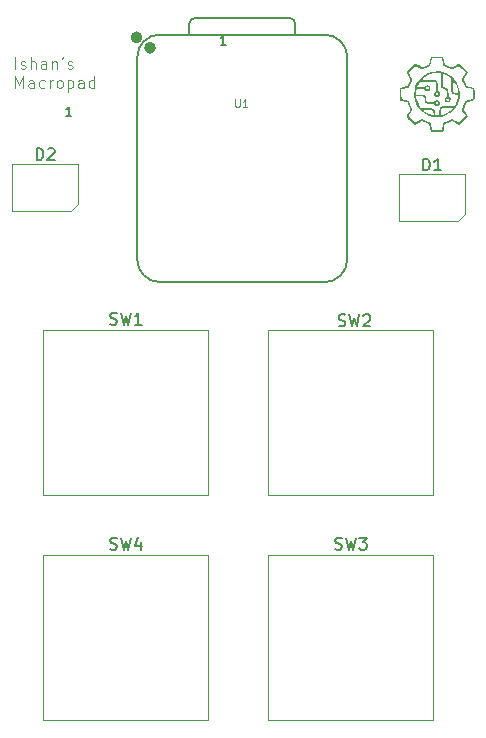
<source format=gbr>
%TF.GenerationSoftware,KiCad,Pcbnew,8.0.7*%
%TF.CreationDate,2025-05-21T00:02:28-04:00*%
%TF.ProjectId,macropad,6d616372-6f70-4616-942e-6b696361645f,rev?*%
%TF.SameCoordinates,Original*%
%TF.FileFunction,Legend,Top*%
%TF.FilePolarity,Positive*%
%FSLAX46Y46*%
G04 Gerber Fmt 4.6, Leading zero omitted, Abs format (unit mm)*
G04 Created by KiCad (PCBNEW 8.0.7) date 2025-05-21 00:02:28*
%MOMM*%
%LPD*%
G01*
G04 APERTURE LIST*
%ADD10C,0.100000*%
%ADD11C,0.101600*%
%ADD12C,0.150000*%
%ADD13C,0.127000*%
%ADD14C,0.504000*%
%ADD15C,0.120000*%
%ADD16C,0.000000*%
G04 APERTURE END LIST*
D10*
X180203884Y-99062475D02*
X180203884Y-98062475D01*
X180632455Y-99014856D02*
X180727693Y-99062475D01*
X180727693Y-99062475D02*
X180918169Y-99062475D01*
X180918169Y-99062475D02*
X181013407Y-99014856D01*
X181013407Y-99014856D02*
X181061026Y-98919617D01*
X181061026Y-98919617D02*
X181061026Y-98871998D01*
X181061026Y-98871998D02*
X181013407Y-98776760D01*
X181013407Y-98776760D02*
X180918169Y-98729141D01*
X180918169Y-98729141D02*
X180775312Y-98729141D01*
X180775312Y-98729141D02*
X180680074Y-98681522D01*
X180680074Y-98681522D02*
X180632455Y-98586284D01*
X180632455Y-98586284D02*
X180632455Y-98538665D01*
X180632455Y-98538665D02*
X180680074Y-98443427D01*
X180680074Y-98443427D02*
X180775312Y-98395808D01*
X180775312Y-98395808D02*
X180918169Y-98395808D01*
X180918169Y-98395808D02*
X181013407Y-98443427D01*
X181489598Y-99062475D02*
X181489598Y-98062475D01*
X181918169Y-99062475D02*
X181918169Y-98538665D01*
X181918169Y-98538665D02*
X181870550Y-98443427D01*
X181870550Y-98443427D02*
X181775312Y-98395808D01*
X181775312Y-98395808D02*
X181632455Y-98395808D01*
X181632455Y-98395808D02*
X181537217Y-98443427D01*
X181537217Y-98443427D02*
X181489598Y-98491046D01*
X182822931Y-99062475D02*
X182822931Y-98538665D01*
X182822931Y-98538665D02*
X182775312Y-98443427D01*
X182775312Y-98443427D02*
X182680074Y-98395808D01*
X182680074Y-98395808D02*
X182489598Y-98395808D01*
X182489598Y-98395808D02*
X182394360Y-98443427D01*
X182822931Y-99014856D02*
X182727693Y-99062475D01*
X182727693Y-99062475D02*
X182489598Y-99062475D01*
X182489598Y-99062475D02*
X182394360Y-99014856D01*
X182394360Y-99014856D02*
X182346741Y-98919617D01*
X182346741Y-98919617D02*
X182346741Y-98824379D01*
X182346741Y-98824379D02*
X182394360Y-98729141D01*
X182394360Y-98729141D02*
X182489598Y-98681522D01*
X182489598Y-98681522D02*
X182727693Y-98681522D01*
X182727693Y-98681522D02*
X182822931Y-98633903D01*
X183299122Y-98395808D02*
X183299122Y-99062475D01*
X183299122Y-98491046D02*
X183346741Y-98443427D01*
X183346741Y-98443427D02*
X183441979Y-98395808D01*
X183441979Y-98395808D02*
X183584836Y-98395808D01*
X183584836Y-98395808D02*
X183680074Y-98443427D01*
X183680074Y-98443427D02*
X183727693Y-98538665D01*
X183727693Y-98538665D02*
X183727693Y-99062475D01*
X184251503Y-98062475D02*
X184156265Y-98252951D01*
X184632455Y-99014856D02*
X184727693Y-99062475D01*
X184727693Y-99062475D02*
X184918169Y-99062475D01*
X184918169Y-99062475D02*
X185013407Y-99014856D01*
X185013407Y-99014856D02*
X185061026Y-98919617D01*
X185061026Y-98919617D02*
X185061026Y-98871998D01*
X185061026Y-98871998D02*
X185013407Y-98776760D01*
X185013407Y-98776760D02*
X184918169Y-98729141D01*
X184918169Y-98729141D02*
X184775312Y-98729141D01*
X184775312Y-98729141D02*
X184680074Y-98681522D01*
X184680074Y-98681522D02*
X184632455Y-98586284D01*
X184632455Y-98586284D02*
X184632455Y-98538665D01*
X184632455Y-98538665D02*
X184680074Y-98443427D01*
X184680074Y-98443427D02*
X184775312Y-98395808D01*
X184775312Y-98395808D02*
X184918169Y-98395808D01*
X184918169Y-98395808D02*
X185013407Y-98443427D01*
X180203884Y-100672419D02*
X180203884Y-99672419D01*
X180203884Y-99672419D02*
X180537217Y-100386704D01*
X180537217Y-100386704D02*
X180870550Y-99672419D01*
X180870550Y-99672419D02*
X180870550Y-100672419D01*
X181775312Y-100672419D02*
X181775312Y-100148609D01*
X181775312Y-100148609D02*
X181727693Y-100053371D01*
X181727693Y-100053371D02*
X181632455Y-100005752D01*
X181632455Y-100005752D02*
X181441979Y-100005752D01*
X181441979Y-100005752D02*
X181346741Y-100053371D01*
X181775312Y-100624800D02*
X181680074Y-100672419D01*
X181680074Y-100672419D02*
X181441979Y-100672419D01*
X181441979Y-100672419D02*
X181346741Y-100624800D01*
X181346741Y-100624800D02*
X181299122Y-100529561D01*
X181299122Y-100529561D02*
X181299122Y-100434323D01*
X181299122Y-100434323D02*
X181346741Y-100339085D01*
X181346741Y-100339085D02*
X181441979Y-100291466D01*
X181441979Y-100291466D02*
X181680074Y-100291466D01*
X181680074Y-100291466D02*
X181775312Y-100243847D01*
X182680074Y-100624800D02*
X182584836Y-100672419D01*
X182584836Y-100672419D02*
X182394360Y-100672419D01*
X182394360Y-100672419D02*
X182299122Y-100624800D01*
X182299122Y-100624800D02*
X182251503Y-100577180D01*
X182251503Y-100577180D02*
X182203884Y-100481942D01*
X182203884Y-100481942D02*
X182203884Y-100196228D01*
X182203884Y-100196228D02*
X182251503Y-100100990D01*
X182251503Y-100100990D02*
X182299122Y-100053371D01*
X182299122Y-100053371D02*
X182394360Y-100005752D01*
X182394360Y-100005752D02*
X182584836Y-100005752D01*
X182584836Y-100005752D02*
X182680074Y-100053371D01*
X183108646Y-100672419D02*
X183108646Y-100005752D01*
X183108646Y-100196228D02*
X183156265Y-100100990D01*
X183156265Y-100100990D02*
X183203884Y-100053371D01*
X183203884Y-100053371D02*
X183299122Y-100005752D01*
X183299122Y-100005752D02*
X183394360Y-100005752D01*
X183870551Y-100672419D02*
X183775313Y-100624800D01*
X183775313Y-100624800D02*
X183727694Y-100577180D01*
X183727694Y-100577180D02*
X183680075Y-100481942D01*
X183680075Y-100481942D02*
X183680075Y-100196228D01*
X183680075Y-100196228D02*
X183727694Y-100100990D01*
X183727694Y-100100990D02*
X183775313Y-100053371D01*
X183775313Y-100053371D02*
X183870551Y-100005752D01*
X183870551Y-100005752D02*
X184013408Y-100005752D01*
X184013408Y-100005752D02*
X184108646Y-100053371D01*
X184108646Y-100053371D02*
X184156265Y-100100990D01*
X184156265Y-100100990D02*
X184203884Y-100196228D01*
X184203884Y-100196228D02*
X184203884Y-100481942D01*
X184203884Y-100481942D02*
X184156265Y-100577180D01*
X184156265Y-100577180D02*
X184108646Y-100624800D01*
X184108646Y-100624800D02*
X184013408Y-100672419D01*
X184013408Y-100672419D02*
X183870551Y-100672419D01*
X184632456Y-100005752D02*
X184632456Y-101005752D01*
X184632456Y-100053371D02*
X184727694Y-100005752D01*
X184727694Y-100005752D02*
X184918170Y-100005752D01*
X184918170Y-100005752D02*
X185013408Y-100053371D01*
X185013408Y-100053371D02*
X185061027Y-100100990D01*
X185061027Y-100100990D02*
X185108646Y-100196228D01*
X185108646Y-100196228D02*
X185108646Y-100481942D01*
X185108646Y-100481942D02*
X185061027Y-100577180D01*
X185061027Y-100577180D02*
X185013408Y-100624800D01*
X185013408Y-100624800D02*
X184918170Y-100672419D01*
X184918170Y-100672419D02*
X184727694Y-100672419D01*
X184727694Y-100672419D02*
X184632456Y-100624800D01*
X185965789Y-100672419D02*
X185965789Y-100148609D01*
X185965789Y-100148609D02*
X185918170Y-100053371D01*
X185918170Y-100053371D02*
X185822932Y-100005752D01*
X185822932Y-100005752D02*
X185632456Y-100005752D01*
X185632456Y-100005752D02*
X185537218Y-100053371D01*
X185965789Y-100624800D02*
X185870551Y-100672419D01*
X185870551Y-100672419D02*
X185632456Y-100672419D01*
X185632456Y-100672419D02*
X185537218Y-100624800D01*
X185537218Y-100624800D02*
X185489599Y-100529561D01*
X185489599Y-100529561D02*
X185489599Y-100434323D01*
X185489599Y-100434323D02*
X185537218Y-100339085D01*
X185537218Y-100339085D02*
X185632456Y-100291466D01*
X185632456Y-100291466D02*
X185870551Y-100291466D01*
X185870551Y-100291466D02*
X185965789Y-100243847D01*
X186870551Y-100672419D02*
X186870551Y-99672419D01*
X186870551Y-100624800D02*
X186775313Y-100672419D01*
X186775313Y-100672419D02*
X186584837Y-100672419D01*
X186584837Y-100672419D02*
X186489599Y-100624800D01*
X186489599Y-100624800D02*
X186441980Y-100577180D01*
X186441980Y-100577180D02*
X186394361Y-100481942D01*
X186394361Y-100481942D02*
X186394361Y-100196228D01*
X186394361Y-100196228D02*
X186441980Y-100100990D01*
X186441980Y-100100990D02*
X186489599Y-100053371D01*
X186489599Y-100053371D02*
X186584837Y-100005752D01*
X186584837Y-100005752D02*
X186775313Y-100005752D01*
X186775313Y-100005752D02*
X186870551Y-100053371D01*
D11*
X198816190Y-101653479D02*
X198816190Y-102167526D01*
X198816190Y-102167526D02*
X198846428Y-102228002D01*
X198846428Y-102228002D02*
X198876666Y-102258241D01*
X198876666Y-102258241D02*
X198937142Y-102288479D01*
X198937142Y-102288479D02*
X199058095Y-102288479D01*
X199058095Y-102288479D02*
X199118571Y-102258241D01*
X199118571Y-102258241D02*
X199148809Y-102228002D01*
X199148809Y-102228002D02*
X199179047Y-102167526D01*
X199179047Y-102167526D02*
X199179047Y-101653479D01*
X199814047Y-102288479D02*
X199451190Y-102288479D01*
X199632618Y-102288479D02*
X199632618Y-101653479D01*
X199632618Y-101653479D02*
X199572142Y-101744193D01*
X199572142Y-101744193D02*
X199511666Y-101804669D01*
X199511666Y-101804669D02*
X199451190Y-101834907D01*
D12*
X188226667Y-139713200D02*
X188369524Y-139760819D01*
X188369524Y-139760819D02*
X188607619Y-139760819D01*
X188607619Y-139760819D02*
X188702857Y-139713200D01*
X188702857Y-139713200D02*
X188750476Y-139665580D01*
X188750476Y-139665580D02*
X188798095Y-139570342D01*
X188798095Y-139570342D02*
X188798095Y-139475104D01*
X188798095Y-139475104D02*
X188750476Y-139379866D01*
X188750476Y-139379866D02*
X188702857Y-139332247D01*
X188702857Y-139332247D02*
X188607619Y-139284628D01*
X188607619Y-139284628D02*
X188417143Y-139237009D01*
X188417143Y-139237009D02*
X188321905Y-139189390D01*
X188321905Y-139189390D02*
X188274286Y-139141771D01*
X188274286Y-139141771D02*
X188226667Y-139046533D01*
X188226667Y-139046533D02*
X188226667Y-138951295D01*
X188226667Y-138951295D02*
X188274286Y-138856057D01*
X188274286Y-138856057D02*
X188321905Y-138808438D01*
X188321905Y-138808438D02*
X188417143Y-138760819D01*
X188417143Y-138760819D02*
X188655238Y-138760819D01*
X188655238Y-138760819D02*
X188798095Y-138808438D01*
X189131429Y-138760819D02*
X189369524Y-139760819D01*
X189369524Y-139760819D02*
X189560000Y-139046533D01*
X189560000Y-139046533D02*
X189750476Y-139760819D01*
X189750476Y-139760819D02*
X189988572Y-138760819D01*
X190798095Y-139094152D02*
X190798095Y-139760819D01*
X190560000Y-138713200D02*
X190321905Y-139427485D01*
X190321905Y-139427485D02*
X190940952Y-139427485D01*
X214701905Y-107659819D02*
X214701905Y-106659819D01*
X214701905Y-106659819D02*
X214940000Y-106659819D01*
X214940000Y-106659819D02*
X215082857Y-106707438D01*
X215082857Y-106707438D02*
X215178095Y-106802676D01*
X215178095Y-106802676D02*
X215225714Y-106897914D01*
X215225714Y-106897914D02*
X215273333Y-107088390D01*
X215273333Y-107088390D02*
X215273333Y-107231247D01*
X215273333Y-107231247D02*
X215225714Y-107421723D01*
X215225714Y-107421723D02*
X215178095Y-107516961D01*
X215178095Y-107516961D02*
X215082857Y-107612200D01*
X215082857Y-107612200D02*
X214940000Y-107659819D01*
X214940000Y-107659819D02*
X214701905Y-107659819D01*
X216225714Y-107659819D02*
X215654286Y-107659819D01*
X215940000Y-107659819D02*
X215940000Y-106659819D01*
X215940000Y-106659819D02*
X215844762Y-106802676D01*
X215844762Y-106802676D02*
X215749524Y-106897914D01*
X215749524Y-106897914D02*
X215654286Y-106945533D01*
X198022321Y-97051045D02*
X197565178Y-97051045D01*
X197793750Y-97051045D02*
X197793750Y-96251045D01*
X197793750Y-96251045D02*
X197717559Y-96365330D01*
X197717559Y-96365330D02*
X197641369Y-96441521D01*
X197641369Y-96441521D02*
X197565178Y-96479616D01*
X207276667Y-139713200D02*
X207419524Y-139760819D01*
X207419524Y-139760819D02*
X207657619Y-139760819D01*
X207657619Y-139760819D02*
X207752857Y-139713200D01*
X207752857Y-139713200D02*
X207800476Y-139665580D01*
X207800476Y-139665580D02*
X207848095Y-139570342D01*
X207848095Y-139570342D02*
X207848095Y-139475104D01*
X207848095Y-139475104D02*
X207800476Y-139379866D01*
X207800476Y-139379866D02*
X207752857Y-139332247D01*
X207752857Y-139332247D02*
X207657619Y-139284628D01*
X207657619Y-139284628D02*
X207467143Y-139237009D01*
X207467143Y-139237009D02*
X207371905Y-139189390D01*
X207371905Y-139189390D02*
X207324286Y-139141771D01*
X207324286Y-139141771D02*
X207276667Y-139046533D01*
X207276667Y-139046533D02*
X207276667Y-138951295D01*
X207276667Y-138951295D02*
X207324286Y-138856057D01*
X207324286Y-138856057D02*
X207371905Y-138808438D01*
X207371905Y-138808438D02*
X207467143Y-138760819D01*
X207467143Y-138760819D02*
X207705238Y-138760819D01*
X207705238Y-138760819D02*
X207848095Y-138808438D01*
X208181429Y-138760819D02*
X208419524Y-139760819D01*
X208419524Y-139760819D02*
X208610000Y-139046533D01*
X208610000Y-139046533D02*
X208800476Y-139760819D01*
X208800476Y-139760819D02*
X209038572Y-138760819D01*
X209324286Y-138760819D02*
X209943333Y-138760819D01*
X209943333Y-138760819D02*
X209610000Y-139141771D01*
X209610000Y-139141771D02*
X209752857Y-139141771D01*
X209752857Y-139141771D02*
X209848095Y-139189390D01*
X209848095Y-139189390D02*
X209895714Y-139237009D01*
X209895714Y-139237009D02*
X209943333Y-139332247D01*
X209943333Y-139332247D02*
X209943333Y-139570342D01*
X209943333Y-139570342D02*
X209895714Y-139665580D01*
X209895714Y-139665580D02*
X209848095Y-139713200D01*
X209848095Y-139713200D02*
X209752857Y-139760819D01*
X209752857Y-139760819D02*
X209467143Y-139760819D01*
X209467143Y-139760819D02*
X209371905Y-139713200D01*
X209371905Y-139713200D02*
X209324286Y-139665580D01*
X207566667Y-120807200D02*
X207709524Y-120854819D01*
X207709524Y-120854819D02*
X207947619Y-120854819D01*
X207947619Y-120854819D02*
X208042857Y-120807200D01*
X208042857Y-120807200D02*
X208090476Y-120759580D01*
X208090476Y-120759580D02*
X208138095Y-120664342D01*
X208138095Y-120664342D02*
X208138095Y-120569104D01*
X208138095Y-120569104D02*
X208090476Y-120473866D01*
X208090476Y-120473866D02*
X208042857Y-120426247D01*
X208042857Y-120426247D02*
X207947619Y-120378628D01*
X207947619Y-120378628D02*
X207757143Y-120331009D01*
X207757143Y-120331009D02*
X207661905Y-120283390D01*
X207661905Y-120283390D02*
X207614286Y-120235771D01*
X207614286Y-120235771D02*
X207566667Y-120140533D01*
X207566667Y-120140533D02*
X207566667Y-120045295D01*
X207566667Y-120045295D02*
X207614286Y-119950057D01*
X207614286Y-119950057D02*
X207661905Y-119902438D01*
X207661905Y-119902438D02*
X207757143Y-119854819D01*
X207757143Y-119854819D02*
X207995238Y-119854819D01*
X207995238Y-119854819D02*
X208138095Y-119902438D01*
X208471429Y-119854819D02*
X208709524Y-120854819D01*
X208709524Y-120854819D02*
X208900000Y-120140533D01*
X208900000Y-120140533D02*
X209090476Y-120854819D01*
X209090476Y-120854819D02*
X209328572Y-119854819D01*
X209661905Y-119950057D02*
X209709524Y-119902438D01*
X209709524Y-119902438D02*
X209804762Y-119854819D01*
X209804762Y-119854819D02*
X210042857Y-119854819D01*
X210042857Y-119854819D02*
X210138095Y-119902438D01*
X210138095Y-119902438D02*
X210185714Y-119950057D01*
X210185714Y-119950057D02*
X210233333Y-120045295D01*
X210233333Y-120045295D02*
X210233333Y-120140533D01*
X210233333Y-120140533D02*
X210185714Y-120283390D01*
X210185714Y-120283390D02*
X209614286Y-120854819D01*
X209614286Y-120854819D02*
X210233333Y-120854819D01*
X188226667Y-120663200D02*
X188369524Y-120710819D01*
X188369524Y-120710819D02*
X188607619Y-120710819D01*
X188607619Y-120710819D02*
X188702857Y-120663200D01*
X188702857Y-120663200D02*
X188750476Y-120615580D01*
X188750476Y-120615580D02*
X188798095Y-120520342D01*
X188798095Y-120520342D02*
X188798095Y-120425104D01*
X188798095Y-120425104D02*
X188750476Y-120329866D01*
X188750476Y-120329866D02*
X188702857Y-120282247D01*
X188702857Y-120282247D02*
X188607619Y-120234628D01*
X188607619Y-120234628D02*
X188417143Y-120187009D01*
X188417143Y-120187009D02*
X188321905Y-120139390D01*
X188321905Y-120139390D02*
X188274286Y-120091771D01*
X188274286Y-120091771D02*
X188226667Y-119996533D01*
X188226667Y-119996533D02*
X188226667Y-119901295D01*
X188226667Y-119901295D02*
X188274286Y-119806057D01*
X188274286Y-119806057D02*
X188321905Y-119758438D01*
X188321905Y-119758438D02*
X188417143Y-119710819D01*
X188417143Y-119710819D02*
X188655238Y-119710819D01*
X188655238Y-119710819D02*
X188798095Y-119758438D01*
X189131429Y-119710819D02*
X189369524Y-120710819D01*
X189369524Y-120710819D02*
X189560000Y-119996533D01*
X189560000Y-119996533D02*
X189750476Y-120710819D01*
X189750476Y-120710819D02*
X189988572Y-119710819D01*
X190893333Y-120710819D02*
X190321905Y-120710819D01*
X190607619Y-120710819D02*
X190607619Y-119710819D01*
X190607619Y-119710819D02*
X190512381Y-119853676D01*
X190512381Y-119853676D02*
X190417143Y-119948914D01*
X190417143Y-119948914D02*
X190321905Y-119996533D01*
X181995655Y-106784819D02*
X181995655Y-105784819D01*
X181995655Y-105784819D02*
X182233750Y-105784819D01*
X182233750Y-105784819D02*
X182376607Y-105832438D01*
X182376607Y-105832438D02*
X182471845Y-105927676D01*
X182471845Y-105927676D02*
X182519464Y-106022914D01*
X182519464Y-106022914D02*
X182567083Y-106213390D01*
X182567083Y-106213390D02*
X182567083Y-106356247D01*
X182567083Y-106356247D02*
X182519464Y-106546723D01*
X182519464Y-106546723D02*
X182471845Y-106641961D01*
X182471845Y-106641961D02*
X182376607Y-106737200D01*
X182376607Y-106737200D02*
X182233750Y-106784819D01*
X182233750Y-106784819D02*
X181995655Y-106784819D01*
X182948036Y-105880057D02*
X182995655Y-105832438D01*
X182995655Y-105832438D02*
X183090893Y-105784819D01*
X183090893Y-105784819D02*
X183328988Y-105784819D01*
X183328988Y-105784819D02*
X183424226Y-105832438D01*
X183424226Y-105832438D02*
X183471845Y-105880057D01*
X183471845Y-105880057D02*
X183519464Y-105975295D01*
X183519464Y-105975295D02*
X183519464Y-106070533D01*
X183519464Y-106070533D02*
X183471845Y-106213390D01*
X183471845Y-106213390D02*
X182900417Y-106784819D01*
X182900417Y-106784819D02*
X183519464Y-106784819D01*
X184928571Y-103062295D02*
X184471428Y-103062295D01*
X184700000Y-103062295D02*
X184700000Y-102262295D01*
X184700000Y-102262295D02*
X184623809Y-102376580D01*
X184623809Y-102376580D02*
X184547619Y-102452771D01*
X184547619Y-102452771D02*
X184471428Y-102490866D01*
D13*
%TO.C,U1*%
X190512500Y-115207750D02*
X190512500Y-98062750D01*
X192417500Y-117112750D02*
X206387500Y-117112750D01*
X194907500Y-96157750D02*
X194911228Y-95247478D01*
X195411228Y-94747750D02*
X203406500Y-94747750D01*
X203906500Y-95247750D02*
X203906500Y-96157750D01*
D10*
X206387500Y-96157750D02*
X192417500Y-96157750D01*
D13*
X206387500Y-96157750D02*
X192417500Y-96157750D01*
X208292500Y-115207750D02*
X208292500Y-98062750D01*
X190512500Y-98062750D02*
G75*
G02*
X192417500Y-96157750I1905001J-1D01*
G01*
X192417500Y-117112750D02*
G75*
G02*
X190512500Y-115207750I1J1905001D01*
G01*
X194911228Y-95247478D02*
G75*
G02*
X195411228Y-94747751I500018J-291D01*
G01*
X203406500Y-94747750D02*
G75*
G02*
X203906500Y-95247750I0J-500000D01*
G01*
X206387500Y-96157750D02*
G75*
G02*
X208292500Y-98062750I0J-1905000D01*
G01*
X208292500Y-115207750D02*
G75*
G02*
X206387500Y-117112750I-1905000J0D01*
G01*
D14*
X190704500Y-96398750D02*
G75*
G02*
X190200500Y-96398750I-252000J0D01*
G01*
X190200500Y-96398750D02*
G75*
G02*
X190704500Y-96398750I252000J0D01*
G01*
X191847500Y-97278750D02*
G75*
G02*
X191343500Y-97278750I-252000J0D01*
G01*
X191343500Y-97278750D02*
G75*
G02*
X191847500Y-97278750I252000J0D01*
G01*
D15*
%TO.C,SW4*%
X182575000Y-140195000D02*
X196545000Y-140195000D01*
X182575000Y-154165000D02*
X182575000Y-140195000D01*
X196545000Y-140195000D02*
X196545000Y-154165000D01*
X196545000Y-154165000D02*
X182575000Y-154165000D01*
%TO.C,D1*%
X212640000Y-107955000D02*
X212640000Y-111955000D01*
X212640000Y-107955000D02*
X218240000Y-107955000D01*
X212640000Y-111955000D02*
X217640000Y-111955000D01*
X218240000Y-111355000D02*
X217640000Y-111955000D01*
X218240000Y-111355000D02*
X218240000Y-107955000D01*
D16*
%TO.C,G\u002A\u002A\u002A*%
G36*
X215970244Y-98016162D02*
G01*
X216096469Y-98018169D01*
X216210581Y-98022109D01*
X216304690Y-98027982D01*
X216370906Y-98035787D01*
X216400443Y-98044704D01*
X216417857Y-98074775D01*
X216442460Y-98139258D01*
X216471698Y-98230519D01*
X216503017Y-98340925D01*
X216515660Y-98389148D01*
X216596978Y-98706617D01*
X216737142Y-98751899D01*
X216832326Y-98786590D01*
X216939870Y-98831589D01*
X217023855Y-98870982D01*
X217170405Y-98944784D01*
X217436193Y-98787617D01*
X217534944Y-98729811D01*
X217623141Y-98679272D01*
X217692824Y-98640482D01*
X217736032Y-98617923D01*
X217743063Y-98614828D01*
X217762101Y-98615038D01*
X217790945Y-98629418D01*
X217833251Y-98661077D01*
X217892677Y-98713125D01*
X217972879Y-98788669D01*
X218077516Y-98890819D01*
X218136903Y-98949628D01*
X218237551Y-99050714D01*
X218327013Y-99142683D01*
X218400965Y-99220914D01*
X218455084Y-99280788D01*
X218485046Y-99317684D01*
X218489661Y-99326540D01*
X218479259Y-99353983D01*
X218450725Y-99410903D01*
X218408071Y-99489731D01*
X218355309Y-99582895D01*
X218338486Y-99611862D01*
X218282406Y-99708663D01*
X218233828Y-99793987D01*
X218197159Y-99859984D01*
X218176806Y-99898806D01*
X218174660Y-99903661D01*
X218177080Y-99938608D01*
X218195483Y-99998972D01*
X218225920Y-100071888D01*
X218226997Y-100074176D01*
X218270715Y-100172940D01*
X218315535Y-100283891D01*
X218342268Y-100356285D01*
X218370914Y-100433365D01*
X218395327Y-100479474D01*
X218423434Y-100505053D01*
X218463167Y-100520543D01*
X218468081Y-100521938D01*
X218519228Y-100535935D01*
X218600346Y-100557811D01*
X218699683Y-100584409D01*
X218791271Y-100608796D01*
X218889532Y-100636607D01*
X218972255Y-100663246D01*
X219030548Y-100685631D01*
X219055300Y-100700309D01*
X219060539Y-100729654D01*
X219064743Y-100794433D01*
X219067912Y-100886932D01*
X219070048Y-100999437D01*
X219071153Y-101124235D01*
X219071227Y-101253611D01*
X219070272Y-101379851D01*
X219068289Y-101495241D01*
X219065279Y-101592068D01*
X219061244Y-101662616D01*
X219056186Y-101699174D01*
X219055128Y-101701612D01*
X219029450Y-101716002D01*
X218969599Y-101738467D01*
X218883235Y-101766457D01*
X218778015Y-101797416D01*
X218718448Y-101813827D01*
X218607788Y-101843944D01*
X218513098Y-101870331D01*
X218441640Y-101890916D01*
X218400678Y-101903625D01*
X218393786Y-101906494D01*
X218384917Y-101928561D01*
X218365932Y-101980343D01*
X218340881Y-102050787D01*
X218340019Y-102053242D01*
X218302322Y-102152910D01*
X218257027Y-102262056D01*
X218226594Y-102329792D01*
X218196106Y-102402517D01*
X218177507Y-102462966D01*
X218174757Y-102498222D01*
X218174863Y-102498509D01*
X218189897Y-102528313D01*
X218222461Y-102587463D01*
X218268154Y-102668130D01*
X218322579Y-102762484D01*
X218338486Y-102789780D01*
X218393454Y-102885715D01*
X218439491Y-102969535D01*
X218472584Y-103033671D01*
X218488724Y-103070550D01*
X218489661Y-103075102D01*
X218475048Y-103096329D01*
X218434703Y-103142297D01*
X218373871Y-103207714D01*
X218297798Y-103287288D01*
X218211726Y-103375726D01*
X218120901Y-103467736D01*
X218030567Y-103558026D01*
X217945969Y-103641303D01*
X217872350Y-103712276D01*
X217814955Y-103765651D01*
X217779029Y-103796137D01*
X217770086Y-103801246D01*
X217747132Y-103790887D01*
X217693736Y-103762297D01*
X217616612Y-103719203D01*
X217522477Y-103665333D01*
X217462547Y-103630514D01*
X217170267Y-103459782D01*
X217021589Y-103533261D01*
X216924008Y-103578120D01*
X216817357Y-103622051D01*
X216734619Y-103652137D01*
X216596327Y-103697536D01*
X216514947Y-104013749D01*
X216485104Y-104126178D01*
X216457245Y-104224695D01*
X216433782Y-104301237D01*
X216417127Y-104347741D01*
X216412328Y-104356938D01*
X216393106Y-104366281D01*
X216349387Y-104373407D01*
X216277249Y-104378523D01*
X216172766Y-104381835D01*
X216032013Y-104383551D01*
X215900027Y-104383914D01*
X215729547Y-104383264D01*
X215598281Y-104381178D01*
X215502299Y-104377448D01*
X215437672Y-104371867D01*
X215400470Y-104364227D01*
X215388137Y-104356938D01*
X215375665Y-104327405D01*
X215355181Y-104264022D01*
X215329087Y-104174827D01*
X215299782Y-104067855D01*
X215285203Y-104012261D01*
X215203098Y-103694558D01*
X215092981Y-103662353D01*
X215020898Y-103637324D01*
X214927808Y-103599623D01*
X214831056Y-103556371D01*
X214807767Y-103545253D01*
X214632669Y-103460357D01*
X214354581Y-103622090D01*
X214254751Y-103679834D01*
X214166885Y-103730067D01*
X214098334Y-103768631D01*
X214056448Y-103791368D01*
X214048368Y-103795284D01*
X214026367Y-103783826D01*
X213979664Y-103746434D01*
X213913526Y-103688237D01*
X213833217Y-103614363D01*
X213744003Y-103529942D01*
X213651150Y-103440102D01*
X213559923Y-103349971D01*
X213475587Y-103264678D01*
X213403407Y-103189351D01*
X213348649Y-103129119D01*
X213316579Y-103089111D01*
X213310392Y-103076486D01*
X213320791Y-103049835D01*
X213349413Y-102993317D01*
X213392398Y-102914149D01*
X213445882Y-102819547D01*
X213472244Y-102774040D01*
X213529101Y-102675331D01*
X213577221Y-102589345D01*
X213612761Y-102523143D01*
X213631876Y-102483787D01*
X213634096Y-102476679D01*
X213625475Y-102448184D01*
X213602903Y-102392985D01*
X213572217Y-102325086D01*
X213529755Y-102229044D01*
X213485855Y-102120877D01*
X213460564Y-102053242D01*
X213435134Y-101982419D01*
X213415705Y-101929872D01*
X213406359Y-101906638D01*
X213406267Y-101906494D01*
X213384978Y-101898950D01*
X213329237Y-101882400D01*
X213246306Y-101858917D01*
X213143447Y-101830576D01*
X213081605Y-101813827D01*
X212969613Y-101782332D01*
X212872497Y-101752480D01*
X212797916Y-101726826D01*
X212753529Y-101707922D01*
X212744926Y-101701612D01*
X212739745Y-101672402D01*
X212735553Y-101607763D01*
X212732355Y-101515404D01*
X212730155Y-101403034D01*
X212728959Y-101278363D01*
X212728773Y-101149098D01*
X212729602Y-101022950D01*
X212731450Y-100907628D01*
X212734324Y-100810841D01*
X212734754Y-100803067D01*
X212877839Y-100803067D01*
X212883708Y-101204760D01*
X212889576Y-101606454D01*
X213199709Y-101687874D01*
X213309750Y-101717660D01*
X213404678Y-101745050D01*
X213476742Y-101767677D01*
X213518191Y-101783172D01*
X213524785Y-101787181D01*
X213538462Y-101816074D01*
X213559006Y-101873227D01*
X213578391Y-101934551D01*
X213605488Y-102012865D01*
X213645301Y-102112938D01*
X213691027Y-102218037D01*
X213711896Y-102262885D01*
X213751626Y-102347802D01*
X213783172Y-102418307D01*
X213802549Y-102465306D01*
X213806739Y-102479219D01*
X213796385Y-102503080D01*
X213767872Y-102557123D01*
X213725023Y-102634384D01*
X213671663Y-102727902D01*
X213643937Y-102775666D01*
X213481136Y-103054632D01*
X213768024Y-103340129D01*
X214054912Y-103625627D01*
X214324665Y-103465566D01*
X214422888Y-103408501D01*
X214509633Y-103360373D01*
X214577404Y-103325172D01*
X214618707Y-103306887D01*
X214625984Y-103305202D01*
X214658614Y-103314168D01*
X214718888Y-103338382D01*
X214796053Y-103373383D01*
X214830997Y-103390268D01*
X214935425Y-103438212D01*
X215050500Y-103485738D01*
X215153348Y-103523459D01*
X215164495Y-103527111D01*
X215221695Y-103544924D01*
X215264761Y-103560259D01*
X215297182Y-103579086D01*
X215322447Y-103607377D01*
X215344048Y-103651104D01*
X215365472Y-103716237D01*
X215390211Y-103808748D01*
X215421752Y-103934609D01*
X215436117Y-103991903D01*
X215496794Y-104232852D01*
X215901008Y-104232852D01*
X216305222Y-104232852D01*
X216353867Y-104033234D01*
X216380763Y-103926471D01*
X216409599Y-103817738D01*
X216435291Y-103726060D01*
X216441870Y-103703922D01*
X216481227Y-103574227D01*
X216638785Y-103525318D01*
X216737208Y-103490769D01*
X216850887Y-103444938D01*
X216957101Y-103397046D01*
X216968618Y-103391425D01*
X217049537Y-103353172D01*
X217118220Y-103323737D01*
X217163807Y-103307654D01*
X217173264Y-103305973D01*
X217202610Y-103316373D01*
X217261285Y-103345279D01*
X217341770Y-103388718D01*
X217436548Y-103442721D01*
X217475388Y-103465566D01*
X217745141Y-103625627D01*
X218032029Y-103340129D01*
X218318917Y-103054632D01*
X218156116Y-102775666D01*
X218099124Y-102676897D01*
X218050841Y-102591100D01*
X218015089Y-102525237D01*
X217995693Y-102486272D01*
X217993315Y-102479219D01*
X218002090Y-102453496D01*
X218025758Y-102398057D01*
X218060332Y-102321996D01*
X218088157Y-102262885D01*
X218134321Y-102161026D01*
X218177661Y-102056598D01*
X218211373Y-101966333D01*
X218221662Y-101934551D01*
X218244244Y-101863761D01*
X218264097Y-101809859D01*
X218275268Y-101787181D01*
X218300442Y-101775660D01*
X218359712Y-101755941D01*
X218445328Y-101730393D01*
X218549538Y-101701385D01*
X218600344Y-101687856D01*
X218910477Y-101606419D01*
X218910477Y-101200821D01*
X218910477Y-100795223D01*
X218600344Y-100713786D01*
X218490304Y-100683994D01*
X218395376Y-100656598D01*
X218323312Y-100633968D01*
X218281863Y-100618471D01*
X218275268Y-100614461D01*
X218261591Y-100585568D01*
X218241047Y-100528416D01*
X218221662Y-100467091D01*
X218194565Y-100388778D01*
X218154752Y-100288704D01*
X218109027Y-100183605D01*
X218088157Y-100138757D01*
X218048425Y-100053824D01*
X218016878Y-99983286D01*
X217997502Y-99936245D01*
X217993315Y-99922301D01*
X218003715Y-99898419D01*
X218032355Y-99844415D01*
X218075389Y-99767249D01*
X218128975Y-99673884D01*
X218156616Y-99626549D01*
X218319917Y-99348399D01*
X218035187Y-99063082D01*
X217750457Y-98777765D01*
X217475513Y-98937254D01*
X217376224Y-98993713D01*
X217288650Y-99041389D01*
X217220218Y-99076398D01*
X217178352Y-99094858D01*
X217170492Y-99096743D01*
X217138564Y-99087599D01*
X217078951Y-99063171D01*
X217002326Y-99027966D01*
X216968013Y-99011236D01*
X216864435Y-98963510D01*
X216750669Y-98916703D01*
X216649329Y-98880055D01*
X216638418Y-98876572D01*
X216481227Y-98827415D01*
X216441870Y-98697721D01*
X216418203Y-98615273D01*
X216389803Y-98509825D01*
X216361754Y-98400403D01*
X216353867Y-98368408D01*
X216305222Y-98168790D01*
X215902955Y-98168790D01*
X215500687Y-98168790D01*
X215414008Y-98495786D01*
X215327328Y-98822783D01*
X215153265Y-98880600D01*
X215043765Y-98920521D01*
X214923799Y-98969673D01*
X214819280Y-99017437D01*
X214818990Y-99017581D01*
X214740814Y-99054340D01*
X214674907Y-99081940D01*
X214632681Y-99095703D01*
X214626598Y-99096440D01*
X214597316Y-99085763D01*
X214538690Y-99056622D01*
X214458236Y-99013006D01*
X214363469Y-98958909D01*
X214324665Y-98936076D01*
X214054912Y-98776015D01*
X213768024Y-99061513D01*
X213481136Y-99347010D01*
X213643937Y-99625976D01*
X213700929Y-99724745D01*
X213749212Y-99810542D01*
X213784964Y-99876405D01*
X213804360Y-99915370D01*
X213806739Y-99922423D01*
X213797963Y-99948146D01*
X213774295Y-100003585D01*
X213739721Y-100079646D01*
X213711896Y-100138757D01*
X213665732Y-100240616D01*
X213622392Y-100345044D01*
X213588680Y-100435309D01*
X213578391Y-100467091D01*
X213556026Y-100537609D01*
X213536677Y-100590999D01*
X213526036Y-100613209D01*
X213500474Y-100625622D01*
X213442881Y-100645451D01*
X213363059Y-100669481D01*
X213308862Y-100684498D01*
X213204830Y-100712591D01*
X213101756Y-100740680D01*
X213016639Y-100764123D01*
X212991609Y-100771109D01*
X212877839Y-100803067D01*
X212734754Y-100803067D01*
X212738228Y-100740298D01*
X212743168Y-100703707D01*
X212744240Y-100701206D01*
X212770673Y-100685559D01*
X212829407Y-100663075D01*
X212910817Y-100637175D01*
X212975897Y-100618907D01*
X213120697Y-100580475D01*
X213229442Y-100551176D01*
X213307641Y-100528500D01*
X213360800Y-100509937D01*
X213394425Y-100492979D01*
X213414025Y-100475116D01*
X213425106Y-100453838D01*
X213433175Y-100426636D01*
X213438344Y-100408173D01*
X213460153Y-100345852D01*
X213494611Y-100260094D01*
X213535451Y-100166260D01*
X213549789Y-100135005D01*
X213586835Y-100053167D01*
X213615589Y-99985285D01*
X213631902Y-99941368D01*
X213634096Y-99931585D01*
X213623746Y-99905913D01*
X213595252Y-99850222D01*
X213552447Y-99771641D01*
X213499164Y-99677296D01*
X213472244Y-99630658D01*
X213415377Y-99531126D01*
X213367250Y-99443712D01*
X213331711Y-99375653D01*
X213312604Y-99334186D01*
X213310392Y-99326088D01*
X213325027Y-99304769D01*
X213365433Y-99258746D01*
X213426356Y-99193309D01*
X213502545Y-99113745D01*
X213588748Y-99025342D01*
X213679714Y-98933389D01*
X213770190Y-98843173D01*
X213854925Y-98759983D01*
X213928667Y-98689107D01*
X213986163Y-98635832D01*
X214022163Y-98605448D01*
X214031111Y-98600396D01*
X214054414Y-98610857D01*
X214108016Y-98639727D01*
X214185187Y-98683239D01*
X214279199Y-98737627D01*
X214338622Y-98772569D01*
X214629730Y-98944743D01*
X214776239Y-98870962D01*
X214873929Y-98825551D01*
X214981541Y-98781211D01*
X215063393Y-98751743D01*
X215204037Y-98706306D01*
X215285632Y-98388993D01*
X215316284Y-98276262D01*
X215346271Y-98177474D01*
X215372903Y-98100698D01*
X215393490Y-98054006D01*
X215400368Y-98044704D01*
X215433579Y-98035115D01*
X215502018Y-98027459D01*
X215597794Y-98021736D01*
X215713016Y-98017945D01*
X215839797Y-98016087D01*
X215970244Y-98016162D01*
G37*
G36*
X216154039Y-99282704D02*
G01*
X216414683Y-99335176D01*
X216666702Y-99423578D01*
X216906143Y-99547550D01*
X217129055Y-99706733D01*
X217331485Y-99900766D01*
X217412259Y-99996094D01*
X217574500Y-100233926D01*
X217697287Y-100488879D01*
X217780099Y-100759445D01*
X217822417Y-101044119D01*
X217828249Y-101200821D01*
X217807651Y-101489041D01*
X217747383Y-101764162D01*
X217649728Y-102023211D01*
X217516971Y-102263215D01*
X217351398Y-102481201D01*
X217155292Y-102674196D01*
X216930938Y-102839227D01*
X216680621Y-102973321D01*
X216406626Y-103073505D01*
X216384256Y-103079827D01*
X216285452Y-103099301D01*
X216156366Y-103113551D01*
X216009593Y-103122281D01*
X215857730Y-103125197D01*
X215713371Y-103122002D01*
X215589112Y-103112402D01*
X215514019Y-103100226D01*
X215226295Y-103015949D01*
X214966742Y-102899263D01*
X214733796Y-102749038D01*
X214525893Y-102564148D01*
X214511028Y-102546360D01*
X214734691Y-102546360D01*
X214753243Y-102577653D01*
X214804003Y-102621884D01*
X214879629Y-102674713D01*
X214972778Y-102731802D01*
X215076108Y-102788808D01*
X215182277Y-102841391D01*
X215283942Y-102885213D01*
X215345375Y-102907346D01*
X215450587Y-102940457D01*
X215521571Y-102957363D01*
X215565061Y-102955461D01*
X215587791Y-102932149D01*
X215596493Y-102884825D01*
X215597902Y-102810887D01*
X215597903Y-102809756D01*
X215595549Y-102724303D01*
X215586144Y-102667652D01*
X215566175Y-102625591D01*
X215545868Y-102599348D01*
X215493833Y-102538799D01*
X215114262Y-102532013D01*
X214968695Y-102530581D01*
X214855530Y-102531955D01*
X214777874Y-102536017D01*
X214738834Y-102542650D01*
X214734691Y-102546360D01*
X214511028Y-102546360D01*
X214341468Y-102343463D01*
X214230015Y-102174613D01*
X214108517Y-101932707D01*
X214025856Y-101674656D01*
X213981505Y-101398456D01*
X213975291Y-101254772D01*
X214102495Y-101254772D01*
X214445568Y-101254914D01*
X214578175Y-101255539D01*
X214675050Y-101257786D01*
X214743616Y-101262404D01*
X214791293Y-101270140D01*
X214825504Y-101281743D01*
X214850333Y-101295729D01*
X214927165Y-101362038D01*
X214972893Y-101443595D01*
X214992160Y-101550130D01*
X214993512Y-101595733D01*
X215002847Y-101709349D01*
X215028967Y-101797702D01*
X215069433Y-101854052D01*
X215091733Y-101867195D01*
X215126380Y-101872502D01*
X215194092Y-101876792D01*
X215284773Y-101879596D01*
X215378470Y-101880464D01*
X215630273Y-101880327D01*
X215664720Y-101819757D01*
X215707039Y-101770875D01*
X215767744Y-101727199D01*
X215781121Y-101720296D01*
X215877143Y-101696601D01*
X215971646Y-101713845D01*
X216057359Y-101770188D01*
X216081869Y-101796325D01*
X216130784Y-101884499D01*
X216139366Y-101979535D01*
X216107987Y-102073943D01*
X216065185Y-102132687D01*
X216014296Y-102181923D01*
X215968027Y-102205075D01*
X215906253Y-102211422D01*
X215894244Y-102211498D01*
X215788816Y-102195346D01*
X215706790Y-102149394D01*
X215658197Y-102084472D01*
X215646447Y-102062269D01*
X215629966Y-102047364D01*
X215600910Y-102038302D01*
X215551434Y-102033629D01*
X215473692Y-102031889D01*
X215373241Y-102031629D01*
X215213211Y-102026677D01*
X215090443Y-102009432D01*
X214999911Y-101976237D01*
X214942778Y-101928596D01*
X215775672Y-101928596D01*
X215779273Y-101992355D01*
X215806260Y-102035358D01*
X215862173Y-102070498D01*
X215922275Y-102066985D01*
X215974005Y-102025942D01*
X215978121Y-102019988D01*
X215998194Y-101959507D01*
X215985466Y-101904146D01*
X215949041Y-101862133D01*
X215898023Y-101841699D01*
X215841518Y-101851072D01*
X215812836Y-101870597D01*
X215775672Y-101928596D01*
X214942778Y-101928596D01*
X214936588Y-101923434D01*
X214895447Y-101847367D01*
X214871464Y-101744379D01*
X214862610Y-101660120D01*
X214854525Y-101570272D01*
X214843886Y-101511892D01*
X214826983Y-101473300D01*
X214800106Y-101442819D01*
X214791024Y-101434780D01*
X214765277Y-101414728D01*
X214737316Y-101400819D01*
X214699121Y-101391935D01*
X214642670Y-101386958D01*
X214559941Y-101384771D01*
X214442913Y-101384256D01*
X214428392Y-101384254D01*
X214124500Y-101384254D01*
X214137871Y-101498016D01*
X214175207Y-101680076D01*
X214243315Y-101873884D01*
X214337041Y-102067270D01*
X214451230Y-102248067D01*
X214461753Y-102262516D01*
X214560290Y-102396259D01*
X215052121Y-102402788D01*
X215211641Y-102405160D01*
X215333854Y-102407847D01*
X215424612Y-102411378D01*
X215489770Y-102416282D01*
X215535178Y-102423089D01*
X215566692Y-102432328D01*
X215590162Y-102444529D01*
X215601476Y-102452478D01*
X215660238Y-102505459D01*
X215698117Y-102565661D01*
X215719047Y-102643690D01*
X215726959Y-102750153D01*
X215727384Y-102792100D01*
X215728987Y-102876878D01*
X215733255Y-102944344D01*
X215739382Y-102983472D01*
X215741771Y-102988388D01*
X215770350Y-102996239D01*
X215827867Y-103000940D01*
X215900212Y-103002437D01*
X215973275Y-103000671D01*
X216032945Y-102995585D01*
X216060114Y-102989676D01*
X216075469Y-102976894D01*
X216080251Y-102963044D01*
X216245311Y-102963044D01*
X216315447Y-102948158D01*
X216369015Y-102933338D01*
X216447506Y-102907538D01*
X216535765Y-102875796D01*
X216554099Y-102868855D01*
X216751531Y-102775489D01*
X216946139Y-102650130D01*
X217123510Y-102502362D01*
X217161798Y-102464746D01*
X217290604Y-102333786D01*
X216825060Y-102333786D01*
X216671997Y-102333895D01*
X216556069Y-102334627D01*
X216471249Y-102336594D01*
X216411512Y-102340404D01*
X216370830Y-102346669D01*
X216343178Y-102355999D01*
X216322530Y-102369003D01*
X216302860Y-102386293D01*
X216302413Y-102386707D01*
X216278400Y-102410721D01*
X216262282Y-102435744D01*
X216252486Y-102470436D01*
X216247440Y-102523460D01*
X216245573Y-102603476D01*
X216245311Y-102701335D01*
X216245311Y-102963044D01*
X216080251Y-102963044D01*
X216085548Y-102947704D01*
X216091352Y-102894740D01*
X216093884Y-102810637D01*
X216094249Y-102738612D01*
X216095123Y-102701335D01*
X216097741Y-102589599D01*
X216109388Y-102475839D01*
X216130945Y-102389901D01*
X216164170Y-102324354D01*
X216202836Y-102279179D01*
X216236837Y-102250833D01*
X216276385Y-102228621D01*
X216326916Y-102211810D01*
X216393870Y-102199672D01*
X216482684Y-102191474D01*
X216598797Y-102186488D01*
X216747645Y-102183981D01*
X216917022Y-102183239D01*
X217405301Y-102182724D01*
X217480832Y-102037057D01*
X217583711Y-101799700D01*
X217653742Y-101552135D01*
X217668733Y-101470575D01*
X217684989Y-101367023D01*
X217691469Y-101298942D01*
X217683317Y-101258923D01*
X217655679Y-101239557D01*
X217603701Y-101233436D01*
X217522527Y-101233151D01*
X217513153Y-101233158D01*
X217382583Y-101226907D01*
X217285567Y-101205748D01*
X217213981Y-101165984D01*
X217159701Y-101103921D01*
X217135498Y-101061372D01*
X217120676Y-101030204D01*
X217109221Y-100998860D01*
X217100700Y-100961529D01*
X217094680Y-100912401D01*
X217090729Y-100845665D01*
X217088413Y-100755511D01*
X217087476Y-100654939D01*
X217238758Y-100654939D01*
X217239365Y-100774473D01*
X217241205Y-100862496D01*
X217244780Y-100924833D01*
X217250592Y-100967310D01*
X217259144Y-100995751D01*
X217270936Y-101015980D01*
X217284927Y-101032183D01*
X217312988Y-101057127D01*
X217346852Y-101072106D01*
X217397701Y-101079581D01*
X217476713Y-101082014D01*
X217511775Y-101082129D01*
X217691701Y-101082129D01*
X217678744Y-100990413D01*
X217632406Y-100763461D01*
X217560197Y-100541694D01*
X217466537Y-100335657D01*
X217355845Y-100155899D01*
X217298227Y-100082358D01*
X217239759Y-100013905D01*
X217238882Y-100498071D01*
X217238758Y-100654939D01*
X217087476Y-100654939D01*
X217087301Y-100636128D01*
X217086960Y-100481707D01*
X217086942Y-100409267D01*
X217086942Y-99853451D01*
X216973646Y-99769308D01*
X216813838Y-99660398D01*
X216657546Y-99576228D01*
X216520233Y-99518722D01*
X216374793Y-99463979D01*
X216374793Y-99990120D01*
X216374984Y-100166945D01*
X216376537Y-100305592D01*
X216380919Y-100411042D01*
X216389597Y-100488279D01*
X216404039Y-100542283D01*
X216425712Y-100578036D01*
X216456085Y-100600522D01*
X216496625Y-100614721D01*
X216548799Y-100625616D01*
X216562756Y-100628208D01*
X216662126Y-100652580D01*
X216731841Y-100687077D01*
X216785365Y-100739865D01*
X216812999Y-100780005D01*
X216834093Y-100819512D01*
X216848605Y-100864916D01*
X216858141Y-100925901D01*
X216864308Y-101012153D01*
X216868089Y-101112219D01*
X216875869Y-101368901D01*
X216959826Y-101448767D01*
X217010755Y-101502395D01*
X217035749Y-101548254D01*
X217043460Y-101604390D01*
X217043701Y-101623690D01*
X217026228Y-101732216D01*
X216977996Y-101816819D01*
X216904980Y-101872743D01*
X216813158Y-101895227D01*
X216718468Y-101882668D01*
X216633474Y-101838278D01*
X216573908Y-101769754D01*
X216540995Y-101686605D01*
X216538695Y-101646283D01*
X216678334Y-101646283D01*
X216698353Y-101702600D01*
X216710829Y-101717207D01*
X216768110Y-101747551D01*
X216832249Y-101742082D01*
X216881143Y-101708827D01*
X216907445Y-101652057D01*
X216898570Y-101591515D01*
X216858120Y-101542376D01*
X216839058Y-101531520D01*
X216777519Y-101522257D01*
X216725298Y-101545422D01*
X216689776Y-101590327D01*
X216678334Y-101646283D01*
X216538695Y-101646283D01*
X216535960Y-101598341D01*
X216560029Y-101514471D01*
X216614425Y-101444505D01*
X216658247Y-101415119D01*
X216720078Y-101383145D01*
X216720078Y-101138436D01*
X216717777Y-101009586D01*
X216708230Y-100916687D01*
X216687471Y-100852655D01*
X216651531Y-100810407D01*
X216596444Y-100782858D01*
X216518242Y-100762923D01*
X216508728Y-100761023D01*
X216389866Y-100721305D01*
X216303452Y-100654330D01*
X216246962Y-100558136D01*
X216246684Y-100557403D01*
X216239218Y-100515293D01*
X216233018Y-100434522D01*
X216228261Y-100319577D01*
X216225120Y-100174943D01*
X216223770Y-100005105D01*
X216223731Y-99968662D01*
X216223512Y-99803425D01*
X216222617Y-99676225D01*
X216220690Y-99581938D01*
X216217375Y-99515443D01*
X216212314Y-99471617D01*
X216205151Y-99445337D01*
X216195531Y-99431480D01*
X216185965Y-99425952D01*
X216134659Y-99416134D01*
X216051229Y-99411134D01*
X215946404Y-99410602D01*
X215830912Y-99414185D01*
X215715478Y-99421534D01*
X215610831Y-99432295D01*
X215527698Y-99446118D01*
X215520607Y-99447744D01*
X215305524Y-99512995D01*
X215097577Y-99602832D01*
X214907074Y-99711775D01*
X214744324Y-99834345D01*
X214681756Y-99893652D01*
X214596450Y-99981535D01*
X215145732Y-99982009D01*
X215355074Y-99982789D01*
X215525301Y-99986661D01*
X215660459Y-99996522D01*
X215764594Y-100015267D01*
X215841751Y-100045790D01*
X215895977Y-100090988D01*
X215931316Y-100153756D01*
X215951814Y-100236989D01*
X215961518Y-100343583D01*
X215964472Y-100476433D01*
X215964687Y-100568128D01*
X215964767Y-100928128D01*
X216029834Y-100974460D01*
X216105678Y-101050227D01*
X216146718Y-101138457D01*
X216154119Y-101230565D01*
X216129048Y-101317966D01*
X216072671Y-101392075D01*
X215986155Y-101444307D01*
X215965022Y-101451468D01*
X215873150Y-101458470D01*
X215785585Y-101429755D01*
X215711576Y-101372483D01*
X215660372Y-101293815D01*
X215641224Y-101200909D01*
X215641224Y-101200821D01*
X215641544Y-101199286D01*
X215792125Y-101199286D01*
X215808157Y-101269690D01*
X215851244Y-101310025D01*
X215913877Y-101316067D01*
X215966186Y-101297173D01*
X216001202Y-101257216D01*
X216010924Y-101200062D01*
X215996403Y-101142703D01*
X215958691Y-101102130D01*
X215953977Y-101099783D01*
X215883736Y-101085664D01*
X215828445Y-101108066D01*
X215796601Y-101161765D01*
X215792125Y-101199286D01*
X215641544Y-101199286D01*
X215657487Y-101122703D01*
X215699155Y-101045152D01*
X215755551Y-100985742D01*
X215781285Y-100970324D01*
X215835286Y-100945720D01*
X215835286Y-100605555D01*
X215835052Y-100477206D01*
X215833659Y-100384482D01*
X215830071Y-100319846D01*
X215823254Y-100275761D01*
X215812171Y-100244691D01*
X215795787Y-100219100D01*
X215779417Y-100198993D01*
X215723548Y-100132597D01*
X215091097Y-100132597D01*
X214458647Y-100132597D01*
X214393027Y-100235103D01*
X214348024Y-100310691D01*
X214302725Y-100395490D01*
X214262384Y-100478549D01*
X214232259Y-100548915D01*
X214217605Y-100595634D01*
X214216975Y-100601968D01*
X214228328Y-100613457D01*
X214265794Y-100621439D01*
X214334174Y-100626355D01*
X214438267Y-100628645D01*
X214511423Y-100628943D01*
X214806082Y-100628943D01*
X214879294Y-100543411D01*
X214959484Y-100475339D01*
X215045463Y-100443789D01*
X215130901Y-100444255D01*
X215209465Y-100472227D01*
X215274826Y-100523199D01*
X215320650Y-100592662D01*
X215340608Y-100676108D01*
X215328368Y-100769030D01*
X215295688Y-100839889D01*
X215231775Y-100907624D01*
X215148675Y-100944806D01*
X215057246Y-100951867D01*
X214968345Y-100929239D01*
X214892831Y-100877356D01*
X214852905Y-100822243D01*
X214819327Y-100757310D01*
X214492599Y-100763263D01*
X214165870Y-100769215D01*
X214148213Y-100833956D01*
X214138123Y-100886263D01*
X214127399Y-100966128D01*
X214118066Y-101058031D01*
X214116525Y-101076734D01*
X214102495Y-101254772D01*
X213975291Y-101254772D01*
X213972958Y-101200821D01*
X213993338Y-100909755D01*
X214046962Y-100662817D01*
X214973690Y-100662817D01*
X214977516Y-100724921D01*
X215007025Y-100778447D01*
X215020036Y-100789572D01*
X215058905Y-100815489D01*
X215083328Y-100820157D01*
X215114965Y-100805976D01*
X215124060Y-100801091D01*
X215179791Y-100753431D01*
X215197359Y-100694724D01*
X215178123Y-100638286D01*
X215130906Y-100598576D01*
X215069502Y-100585012D01*
X215012309Y-100600312D01*
X214997970Y-100611679D01*
X214973690Y-100662817D01*
X214046962Y-100662817D01*
X214053646Y-100632036D01*
X214152633Y-100370434D01*
X214289052Y-100127718D01*
X214461653Y-99906656D01*
X214630358Y-99742583D01*
X214859762Y-99571909D01*
X215104252Y-99439326D01*
X215359876Y-99344474D01*
X215622684Y-99286993D01*
X215888722Y-99266523D01*
X216154039Y-99282704D01*
G37*
D15*
%TO.C,SW3*%
X201625000Y-140195000D02*
X215595000Y-140195000D01*
X201625000Y-154165000D02*
X201625000Y-140195000D01*
X215595000Y-140195000D02*
X215595000Y-154165000D01*
X215595000Y-154165000D02*
X201625000Y-154165000D01*
%TO.C,SW2*%
X201625000Y-121145000D02*
X215595000Y-121145000D01*
X201625000Y-135115000D02*
X201625000Y-121145000D01*
X215595000Y-121145000D02*
X215595000Y-135115000D01*
X215595000Y-135115000D02*
X201625000Y-135115000D01*
%TO.C,SW1*%
X182575000Y-121145000D02*
X196545000Y-121145000D01*
X182575000Y-135115000D02*
X182575000Y-121145000D01*
X196545000Y-121145000D02*
X196545000Y-135115000D01*
X196545000Y-135115000D02*
X182575000Y-135115000D01*
%TO.C,D2*%
X179933750Y-107080000D02*
X179933750Y-111080000D01*
X179933750Y-107080000D02*
X185533750Y-107080000D01*
X179933750Y-111080000D02*
X184933750Y-111080000D01*
X185533750Y-110480000D02*
X184933750Y-111080000D01*
X185533750Y-110480000D02*
X185533750Y-107080000D01*
%TD*%
M02*

</source>
